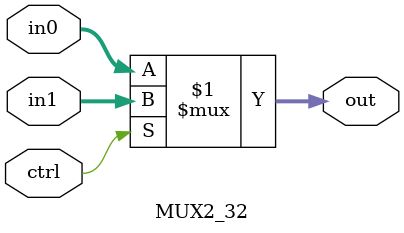
<source format=v>
`timescale 1ns / 1ps
module MUX2_32(
	input ctrl,
	input [31:0] in0,
	input [31:0] in1,
	output [31:0] out
);
	assign out = ctrl ? in1 : in0;
endmodule
</source>
